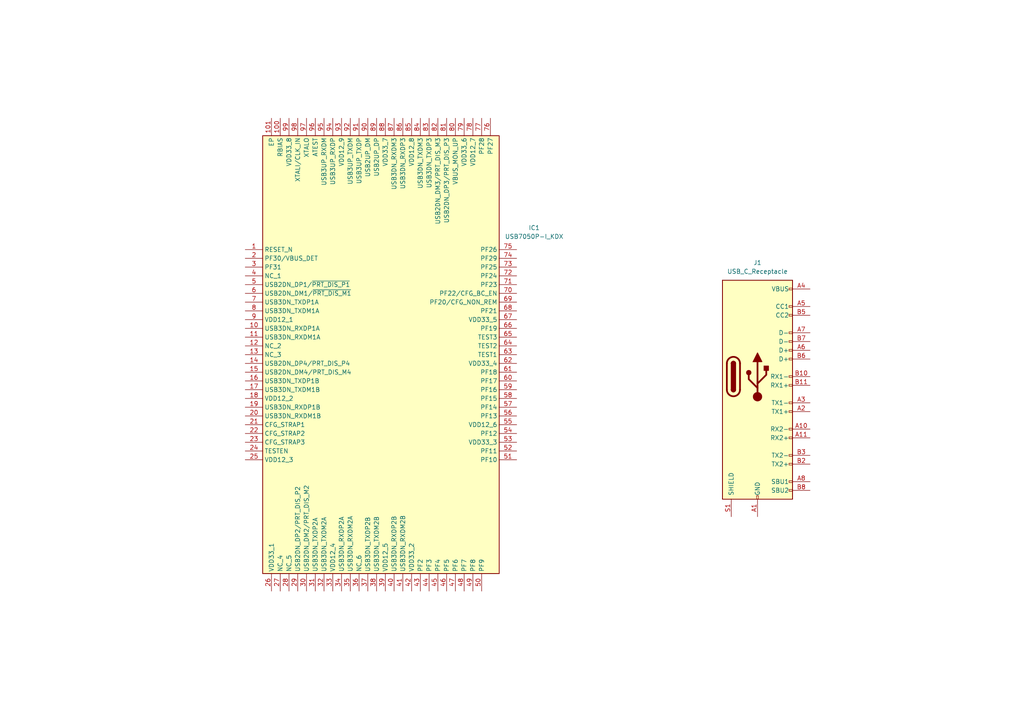
<source format=kicad_sch>
(kicad_sch (version 20231120) (generator "eeschema") (generator_version "8.0")
  (paper "A4")
  (lib_symbols
    (symbol "Connector:USB_C_Receptacle" (pin_names (offset 1.016))
      (property "Reference" "J" (at -10.16 29.21 0))
      (property "Value" "USB_C_Receptacle" (at 10.16 29.21 0))
      (symbol "USB_C_Receptacle_0_0"
        (rectangle (start -0.254 -35.56) (end 0.254 -34.544))
        (rectangle (start 10.16 -32.766) (end 9.144 -33.274))
        (rectangle (start 10.16 -30.226) (end 9.144 -30.734))
        (rectangle (start 10.16 -25.146) (end 9.144 -25.654))
        (rectangle (start 10.16 -22.606) (end 9.144 -23.114))
        (rectangle (start 10.16 -17.526) (end 9.144 -18.034))
        (rectangle (start 10.16 -14.986) (end 9.144 -15.494))
        (rectangle (start 10.16 -9.906) (end 9.144 -10.414))
        (rectangle (start 10.16 -7.366) (end 9.144 -7.874))
        (rectangle (start 10.16 -2.286) (end 9.144 -2.794))
        (rectangle (start 10.16 0.254) (end 9.144 -0.254))
        (rectangle (start 10.16 5.334) (end 9.144 4.826))
        (rectangle (start 10.16 7.874) (end 9.144 7.366))
        (rectangle (start 10.16 10.414) (end 9.144 9.906))
        (rectangle (start 10.16 12.954) (end 9.144 12.446))
        (rectangle (start 10.16 18.034) (end 9.144 17.526))
        (rectangle (start 10.16 20.574) (end 9.144 20.066))
        (rectangle (start 10.16 25.654) (end 9.144 25.146))
      )
      (symbol "USB_C_Receptacle_0_1"
        (rectangle (start -10.16 27.94) (end 10.16 -35.56) (stroke (width 0.254)) (fill (type background)))
        (arc (start -8.89 -3.81) (mid -6.985 -5.7067) (end -5.08 -3.81) (stroke (width 0.508)))
        (arc (start -7.62 -3.81) (mid -6.985 -4.4423) (end -6.35 -3.81) (stroke (width 0.254)))
        (arc (start -7.62 -3.81) (mid -6.985 -4.4423) (end -6.35 -3.81) (stroke (width 0.254)) (fill (type outline)))
        (rectangle (start -7.62 -3.81) (end -6.35 3.81) (stroke (width 0.254)) (fill (type outline)))
        (arc (start -6.35 3.81) (mid -6.985 4.4423) (end -7.62 3.81) (stroke (width 0.254)))
        (arc (start -6.35 3.81) (mid -6.985 4.4423) (end -7.62 3.81) (stroke (width 0.254)) (fill (type outline)))
        (arc (start -5.08 3.81) (mid -6.985 5.7067) (end -8.89 3.81) (stroke (width 0.508)))
        (polyline (pts (xy -8.89 -3.81) (xy -8.89 3.81)) (stroke (width 0.508)))
        (polyline (pts (xy -5.08 3.81) (xy -5.08 -3.81)) (stroke (width 0.508)))
      )
      (symbol "USB_C_Receptacle_1_1"
        (circle (center -2.54 1.143) (radius 0.635) (stroke (width 0.254)) (fill (type outline)))
        (circle (center 0 -5.842) (radius 1.27) (fill (type outline)))
        (polyline (pts (xy 0 -5.842) (xy 0 4.318)) (stroke (width 0.508)))
        (polyline (pts (xy 0 -3.302) (xy -2.54 -0.762) (xy -2.54 0.508)) (stroke (width 0.508)))
        (polyline (pts (xy 0 -2.032) (xy 2.54 0.508) (xy 2.54 1.778)) (stroke (width 0.508)))
        (polyline (pts (xy -1.27 4.318) (xy 0 6.858) (xy 1.27 4.318) (xy -1.27 4.318)) (stroke (width 0.254)) (fill (type outline)))
        (rectangle (start 1.905 1.778) (end 3.175 3.048) (stroke (width 0.254)) (fill (type outline)))
        (pin passive line (at 0 -40.64 90) (length 5.08) (name "GND") (number "A1"))
        (pin bidirectional line (at 15.24 -15.24 180) (length 5.08) (name "RX2-") (number "A10"))
        (pin bidirectional line (at 15.24 -17.78 180) (length 5.08) (name "RX2+") (number "A11"))
        (pin passive line (at 0 -40.64 90) (length 5.08) hide (name "GND") (number "A12"))
        (pin bidirectional line (at 15.24 -10.16 180) (length 5.08) (name "TX1+") (number "A2"))
        (pin bidirectional line (at 15.24 -7.62 180) (length 5.08) (name "TX1-") (number "A3"))
        (pin passive line (at 15.24 25.4 180) (length 5.08) (name "VBUS") (number "A4"))
        (pin bidirectional line (at 15.24 20.32 180) (length 5.08) (name "CC1") (number "A5"))
        (pin bidirectional line (at 15.24 7.62 180) (length 5.08) (name "D+") (number "A6"))
        (pin bidirectional line (at 15.24 12.7 180) (length 5.08) (name "D-") (number "A7"))
        (pin bidirectional line (at 15.24 -30.48 180) (length 5.08) (name "SBU1") (number "A8"))
        (pin passive line (at 15.24 25.4 180) (length 5.08) hide (name "VBUS") (number "A9"))
        (pin passive line (at 0 -40.64 90) (length 5.08) hide (name "GND") (number "B1"))
        (pin bidirectional line (at 15.24 0 180) (length 5.08) (name "RX1-") (number "B10"))
        (pin bidirectional line (at 15.24 -2.54 180) (length 5.08) (name "RX1+") (number "B11"))
        (pin passive line (at 0 -40.64 90) (length 5.08) hide (name "GND") (number "B12"))
        (pin bidirectional line (at 15.24 -25.4 180) (length 5.08) (name "TX2+") (number "B2"))
        (pin bidirectional line (at 15.24 -22.86 180) (length 5.08) (name "TX2-") (number "B3"))
        (pin passive line (at 15.24 25.4 180) (length 5.08) hide (name "VBUS") (number "B4"))
        (pin bidirectional line (at 15.24 17.78 180) (length 5.08) (name "CC2") (number "B5"))
        (pin bidirectional line (at 15.24 5.08 180) (length 5.08) (name "D+") (number "B6"))
        (pin bidirectional line (at 15.24 10.16 180) (length 5.08) (name "D-") (number "B7"))
        (pin bidirectional line (at 15.24 -33.02 180) (length 5.08) (name "SBU2") (number "B8"))
        (pin passive line (at 15.24 25.4 180) (length 5.08) hide (name "VBUS") (number "B9"))
        (pin passive line (at -7.62 -40.64 90) (length 5.08) (name "SHIELD") (number "S1"))
      )
    )
    (symbol "USB7050P-I_KDX:USB7050P-I_KDX"
      (property "Reference" "IC" (at 74.93 38.1 0))
      (property "Value" "USB7050P-I_KDX" (at 74.93 35.56 0))
      (symbol "USB7050P-I_KDX_1_1"
        (rectangle (start 5.08 33.02) (end 73.66 -93.98) (stroke (width 0.254)) (fill (type background)))
        (pin passive line (at 0 0 0) (length 5.08) (name "RESET_N") (number "1"))
        (pin passive line (at 0 -22.86 0) (length 5.08) (name "USB3DN_RXDP1A") (number "10"))
        (pin passive line (at 10.16 38.1 270) (length 5.08) (name "RBIAS") (number "100"))
        (pin passive line (at 7.62 38.1 270) (length 5.08) (name "EP") (number "101"))
        (pin passive line (at 0 -25.4 0) (length 5.08) (name "USB3DN_RXDM1A") (number "11"))
        (pin passive line (at 0 -27.94 0) (length 5.08) (name "NC_2") (number "12"))
        (pin passive line (at 0 -30.48 0) (length 5.08) (name "NC_3") (number "13"))
        (pin passive line (at 0 -33.02 0) (length 5.08) (name "USB2DN_DP4/PRT_DIS_P4") (number "14"))
        (pin passive line (at 0 -35.56 0) (length 5.08) (name "USB2DN_DM4/PRT_DIS_M4") (number "15"))
        (pin passive line (at 0 -38.1 0) (length 5.08) (name "USB3DN_TXDP1B") (number "16"))
        (pin passive line (at 0 -40.64 0) (length 5.08) (name "USB3DN_TXDM1B") (number "17"))
        (pin passive line (at 0 -43.18 0) (length 5.08) (name "VDD12_2") (number "18"))
        (pin passive line (at 0 -45.72 0) (length 5.08) (name "USB3DN_RXDP1B") (number "19"))
        (pin passive line (at 0 -2.54 0) (length 5.08) (name "PF30/VBUS_DET") (number "2"))
        (pin passive line (at 0 -48.26 0) (length 5.08) (name "USB3DN_RXDM1B") (number "20"))
        (pin passive line (at 0 -50.8 0) (length 5.08) (name "CFG_STRAP1") (number "21"))
        (pin passive line (at 0 -53.34 0) (length 5.08) (name "CFG_STRAP2") (number "22"))
        (pin passive line (at 0 -55.88 0) (length 5.08) (name "CFG_STRAP3") (number "23"))
        (pin passive line (at 0 -58.42 0) (length 5.08) (name "TESTEN") (number "24"))
        (pin passive line (at 0 -60.96 0) (length 5.08) (name "VDD12_3") (number "25"))
        (pin passive line (at 7.62 -99.06 90) (length 5.08) (name "VDD33_1") (number "26"))
        (pin passive line (at 10.16 -99.06 90) (length 5.08) (name "NC_4") (number "27"))
        (pin passive line (at 12.7 -99.06 90) (length 5.08) (name "NC_5") (number "28"))
        (pin passive line (at 15.24 -99.06 90) (length 5.08) (name "USB2DN_DP2/PRT_DIS_P2") (number "29"))
        (pin passive line (at 0 -5.08 0) (length 5.08) (name "PF31") (number "3"))
        (pin passive line (at 17.78 -99.06 90) (length 5.08) (name "USB2DN_DM2/PRT_DIS_M2") (number "30"))
        (pin passive line (at 20.32 -99.06 90) (length 5.08) (name "USB3DN_TXDP2A") (number "31"))
        (pin passive line (at 22.86 -99.06 90) (length 5.08) (name "USB3DN_TXDM2A") (number "32"))
        (pin passive line (at 25.4 -99.06 90) (length 5.08) (name "VDD12_4") (number "33"))
        (pin passive line (at 27.94 -99.06 90) (length 5.08) (name "USB3DN_RXDP2A") (number "34"))
        (pin passive line (at 30.48 -99.06 90) (length 5.08) (name "USB3DN_RXDM2A") (number "35"))
        (pin passive line (at 33.02 -99.06 90) (length 5.08) (name "NC_6") (number "36"))
        (pin passive line (at 35.56 -99.06 90) (length 5.08) (name "USB3DN_TXDP2B") (number "37"))
        (pin passive line (at 38.1 -99.06 90) (length 5.08) (name "USB3DN_TXDM2B") (number "38"))
        (pin passive line (at 40.64 -99.06 90) (length 5.08) (name "VDD12_5") (number "39"))
        (pin passive line (at 0 -7.62 0) (length 5.08) (name "NC_1") (number "4"))
        (pin passive line (at 43.18 -99.06 90) (length 5.08) (name "USB3DN_RXDP2B") (number "40"))
        (pin passive line (at 45.72 -99.06 90) (length 5.08) (name "USB3DN_RXDM2B") (number "41"))
        (pin passive line (at 48.26 -99.06 90) (length 5.08) (name "VDD33_2") (number "42"))
        (pin passive line (at 50.8 -99.06 90) (length 5.08) (name "PF2") (number "43"))
        (pin passive line (at 53.34 -99.06 90) (length 5.08) (name "PF3") (number "44"))
        (pin passive line (at 55.88 -99.06 90) (length 5.08) (name "PF4") (number "45"))
        (pin passive line (at 58.42 -99.06 90) (length 5.08) (name "PF5") (number "46"))
        (pin passive line (at 60.96 -99.06 90) (length 5.08) (name "PF6") (number "47"))
        (pin passive line (at 63.5 -99.06 90) (length 5.08) (name "PF7") (number "48"))
        (pin passive line (at 66.04 -99.06 90) (length 5.08) (name "PF8") (number "49"))
        (pin passive line (at 0 -10.16 0) (length 5.08) (name "USB2DN_DP1/~{PRT_DIS_P1}") (number "5"))
        (pin passive line (at 68.58 -99.06 90) (length 5.08) (name "PF9") (number "50"))
        (pin passive line (at 78.74 -60.96 180) (length 5.08) (name "PF10") (number "51"))
        (pin passive line (at 78.74 -58.42 180) (length 5.08) (name "PF11") (number "52"))
        (pin passive line (at 78.74 -55.88 180) (length 5.08) (name "VDD33_3") (number "53"))
        (pin passive line (at 78.74 -53.34 180) (length 5.08) (name "PF12") (number "54"))
        (pin passive line (at 78.74 -50.8 180) (length 5.08) (name "VDD12_6") (number "55"))
        (pin passive line (at 78.74 -48.26 180) (length 5.08) (name "PF13") (number "56"))
        (pin passive line (at 78.74 -45.72 180) (length 5.08) (name "PF14") (number "57"))
        (pin passive line (at 78.74 -43.18 180) (length 5.08) (name "PF15") (number "58"))
        (pin passive line (at 78.74 -40.64 180) (length 5.08) (name "PF16") (number "59"))
        (pin passive line (at 0 -12.7 0) (length 5.08) (name "USB2DN_DM1/~{PRT_DIS_M1}") (number "6"))
        (pin passive line (at 78.74 -38.1 180) (length 5.08) (name "PF17") (number "60"))
        (pin passive line (at 78.74 -35.56 180) (length 5.08) (name "PF18") (number "61"))
        (pin passive line (at 78.74 -33.02 180) (length 5.08) (name "VDD33_4") (number "62"))
        (pin passive line (at 78.74 -30.48 180) (length 5.08) (name "TEST1") (number "63"))
        (pin passive line (at 78.74 -27.94 180) (length 5.08) (name "TEST2") (number "64"))
        (pin passive line (at 78.74 -25.4 180) (length 5.08) (name "TEST3") (number "65"))
        (pin passive line (at 78.74 -22.86 180) (length 5.08) (name "PF19") (number "66"))
        (pin passive line (at 78.74 -20.32 180) (length 5.08) (name "VDD33_5") (number "67"))
        (pin passive line (at 78.74 -17.78 180) (length 5.08) (name "PF21") (number "68"))
        (pin passive line (at 78.74 -15.24 180) (length 5.08) (name "PF20/CFG_NON_REM") (number "69"))
        (pin passive line (at 0 -15.24 0) (length 5.08) (name "USB3DN_TXDP1A") (number "7"))
        (pin passive line (at 78.74 -12.7 180) (length 5.08) (name "PF22/CFG_BC_EN") (number "70"))
        (pin passive line (at 78.74 -10.16 180) (length 5.08) (name "PF23") (number "71"))
        (pin passive line (at 78.74 -7.62 180) (length 5.08) (name "PF24") (number "72"))
        (pin passive line (at 78.74 -5.08 180) (length 5.08) (name "PF25") (number "73"))
        (pin passive line (at 78.74 -2.54 180) (length 5.08) (name "PF29") (number "74"))
        (pin passive line (at 78.74 0 180) (length 5.08) (name "PF26") (number "75"))
        (pin passive line (at 71.12 38.1 270) (length 5.08) (name "PF27") (number "76"))
        (pin passive line (at 68.58 38.1 270) (length 5.08) (name "PF28") (number "77"))
        (pin passive line (at 66.04 38.1 270) (length 5.08) (name "VDD12_7") (number "78"))
        (pin passive line (at 63.5 38.1 270) (length 5.08) (name "VDD33_6") (number "79"))
        (pin passive line (at 0 -17.78 0) (length 5.08) (name "USB3DN_TXDM1A") (number "8"))
        (pin passive line (at 60.96 38.1 270) (length 5.08) (name "VBUS_MON_UP") (number "80"))
        (pin passive line (at 58.42 38.1 270) (length 5.08) (name "USB2DN_DP3/PRT_DIS_P3") (number "81"))
        (pin passive line (at 55.88 38.1 270) (length 5.08) (name "USB2DN_DM3/PRT_DIS_M3") (number "82"))
        (pin passive line (at 53.34 38.1 270) (length 5.08) (name "USB3DN_TXDP3") (number "83"))
        (pin passive line (at 50.8 38.1 270) (length 5.08) (name "USB3DN_TXDM3") (number "84"))
        (pin passive line (at 48.26 38.1 270) (length 5.08) (name "VDD12_8") (number "85"))
        (pin passive line (at 45.72 38.1 270) (length 5.08) (name "USB3DN_RXDP3") (number "86"))
        (pin passive line (at 43.18 38.1 270) (length 5.08) (name "USB3DN_RXDM3") (number "87"))
        (pin passive line (at 40.64 38.1 270) (length 5.08) (name "VDD33_7") (number "88"))
        (pin passive line (at 38.1 38.1 270) (length 5.08) (name "USB2UP_DP") (number "89"))
        (pin passive line (at 0 -20.32 0) (length 5.08) (name "VDD12_1") (number "9"))
        (pin passive line (at 35.56 38.1 270) (length 5.08) (name "USB2UP_DM") (number "90"))
        (pin passive line (at 33.02 38.1 270) (length 5.08) (name "USB3UP_TXDP") (number "91"))
        (pin passive line (at 30.48 38.1 270) (length 5.08) (name "USB3UP_TXDM") (number "92"))
        (pin passive line (at 27.94 38.1 270) (length 5.08) (name "VDD12_9") (number "93"))
        (pin passive line (at 25.4 38.1 270) (length 5.08) (name "USB3UP_RXDP") (number "94"))
        (pin passive line (at 22.86 38.1 270) (length 5.08) (name "USB3UP_RXDM") (number "95"))
        (pin passive line (at 20.32 38.1 270) (length 5.08) (name "ATEST") (number "96"))
        (pin passive line (at 17.78 38.1 270) (length 5.08) (name "XTALO") (number "97"))
        (pin passive line (at 15.24 38.1 270) (length 5.08) (name "XTALI/CLK_IN") (number "98"))
        (pin passive line (at 12.7 38.1 270) (length 5.08) (name "VDD33_8") (number "99"))
      )
    )
  )
  (symbol (lib_id "Connector:USB_C_Receptacle") (at 219.71 109.22 0) (unit 1)
    (property "Reference" "J1" (at 219.71 76.2 0))
    (property "Value" "USB_C_Receptacle" (at 219.71 78.74 0))
    (property "Footprint" "Connector_USB:USB_C_Receptacle_GCT_USB4115-03-C" (effects (hide yes)))
    (property "Datasheet" "https://www.usb.org/sites/default/files/documents/usb_type-c.zip" (effects (hide yes)))
    (property "Description" "USB Full-Featured Type-C Receptacle connector" (effects (hide yes)))
  )
  (symbol (lib_id "USB7050P-I_KDX:USB7050P-I_KDX") (at 71.12 72.39 0) (unit 1)
    (property "Reference" "IC1" (at 154.94 66.0714 0))
    (property "Value" "USB7050P-I_KDX" (at 154.94 68.6114 0))
    (property "Footprint" "Project_Library:QFN40P1200X1200X90-101N-D" (effects (hide yes)))
    (property "Datasheet" "https://www.mouser.ca/datasheet/2/268/USB7050_Data_Sheet_DS00002672E-3324429.pdf" (effects (hide yes)))
    (property "Description" "USB Interface IC 4 Port USB3.2 Gen1 - PD upstream, PD Type-Cs and TypeAs downstream ports (industrial temp)" (effects (hide yes)))
    (property "Height" "0.9" (effects (hide yes)))
    (property "Manufacturer_Name" "Microchip" (effects (hide yes)))
    (property "Manufacturer_Part_Number" "USB7050P-I/KDX" (effects (hide yes)))
  )
)
</source>
